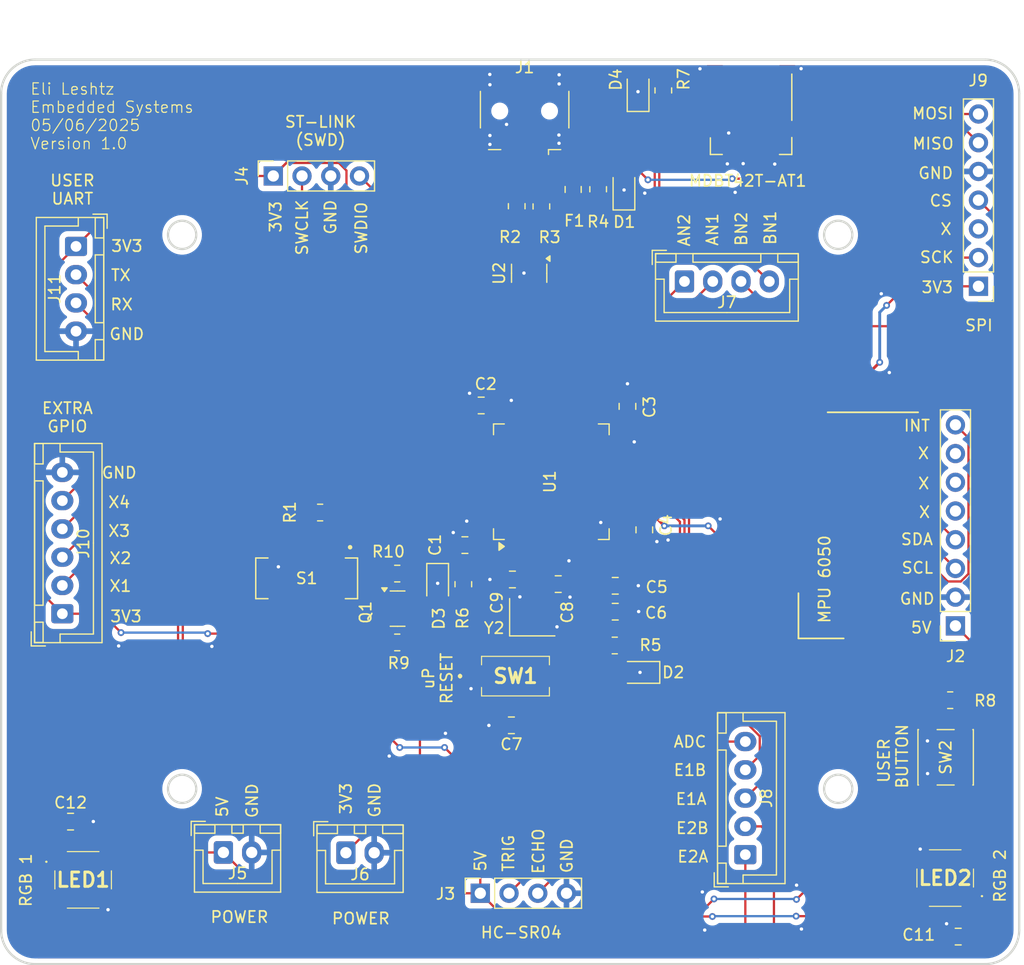
<source format=kicad_pcb>
(kicad_pcb (version 20241229) (generator "pcbnew") (generator_version "9.0")
  (layers (0 "F.Cu" signal) (2 "B.Cu" signal) (13 "F.Paste" user) (15 "B.Paste" user) (5 "F.SilkS" user "F.Silkscreen") (7 "B.SilkS" user "B.Silkscreen") (1 "F.Mask" user) (3 "B.Mask" user) (25 "Edge.Cuts" user))
  (net 0 "")
  (net 2 "/PS2_SCK")
  (net 3 "/PS2_MISO")
  (net 5 "/PS2_CS")
  (net 6 "/PS2_MOSI")
  (net 7 "Net-(U1-PA1)")
  (net 9 "/X4")
  (net 10 "/X3")
  (net 11 "/X1")
  (net 12 "/X2")
  (net 13 "/USER_TX")
  (net 16 "/USER_RX")
  (net 21 "/RESET")
  (net 28 "+3V3")
  (net 29 "GND")
  (net 33 "Net-(R1-Pad2)")
  (net 34 "/BOOT")
  (net 35 "/OSC_OUT")
  (net 36 "/OSC_IN")
  (net 37 "Net-(D1-A)")
  (net 39 "/D+")
  (net 40 "/D-")
  (net 41 "Net-(J1-VBUS)")
  (net 42 "/USB_CONN_D+")
  (net 43 "/USB_CONN_D-")
  (net 44 "Vusb")
  (net 45 "/USB_D+")
  (net 46 "/USB_D-")
  (net 47 "Net-(D2-A)")
  (net 48 "Net-(D3-A)")
  (net 49 "/USER_LED")
  (net 51 "+5V")
  (net 52 "/IMU_INT")
  (net 54 "/IMU_I2C_SCL")
  (net 56 "/IMU_I2C_SDA")
  (net 65 "Net-(D4-A)")
  (net 66 "/BL_WAKEUP")
  (net 67 "/BL_RX")
  (net 68 "/BL_TX")
  (net 69 "Net-(MDBT42T-AT1-INDICATOR)")
  (net 70 "/ULTRA_TRIG")
  (net 71 "/ULTRA_ECHO")
  (net 72 "/SWCLK")
  (net 73 "/SWDIO")
  (net 74 "/uBUTTON")
  (net 75 "/BN1")
  (net 76 "/AN1")
  (net 77 "/AN2")
  (net 78 "/BN2")
  (net 79 "/E2A")
  (net 80 "/E2B")
  (net 81 "/E1A")
  (net 82 "/E1B")
  (net 83 "/PWR_ADC")
  (net 84 "Net-(LED1-DOUT)")
  (net 85 "Net-(LED1-DIN)")
  (net 87 "/RGB_DIN")
  (footprint "Resistor_SMD:R_0805_2012Metric_Pad1.20x1.40mm_HandSolder" (layer "F.Cu") (at 137.68 42.715 -90)
    (property "Reference" "R2")
    (property "Value" "22")
  )
  (footprint "Package_QFP:LQFP-64_10x10mm_P0.5mm" (layer "F.Cu") (at 140.74 67.085 90)
    (property "Reference" "U1")
    (property "Value" "STM32F103RCTx")
  )
  (footprint "Resistor_SMD:R_0805_2012Metric_Pad1.20x1.40mm_HandSolder" (layer "F.Cu") (at 127.1175 81.3 180)
    (property "Reference" "R9")
    (property "Value" "10k")
  )
  (footprint "Resistor_SMD:R_0805_2012Metric_Pad1.20x1.40mm_HandSolder" (layer "F.Cu") (at 139.86 42.735 90)
    (property "Reference" "R3")
    (property "Value" "22")
  )
  (footprint "Capacitor_SMD:C_0805_2012Metric_Pad1.18x1.45mm_HandSolder" (layer "F.Cu") (at 98.2375 97.15)
    (property "Reference" "C12")
    (property "Value" "0.1uF")
  )
  (footprint "Connector_JST:JST_XH_B2B-XH-A_1x02_P2.50mm_Vertical" (layer "F.Cu") (at 122.58 99.9)
    (property "Reference" "J6")
    (property "Value" "CONN_3V3")
  )
  (footprint "Connector_PinHeader_2.54mm:PinHeader_1x07_P2.54mm_Vertical" (layer "F.Cu") (at 178.5 49.8 180)
    (property "Reference" "J9")
    (property "Value" "CONN_PS2")
  )
  (footprint "Connector_JST:JST_XH_B5B-XH-A_1x05_P2.50mm_Vertical" (layer "F.Cu") (at 157.89 100.07 90)
    (property "Reference" "J8")
    (property "Value" "CONN_HAL")
  )
  (footprint "Connector_PinSocket_2.54mm:PinSocket_1x08_P2.54mm_Vertical" (layer "F.Cu") (at 176.465 79.835 180)
    (property "Reference" "J2")
    (property "Value" "CONN_MPU6050")
  )
  (footprint "LED_SMD:LED_0805_2012Metric_Pad1.15x1.40mm_HandSolder" (layer "F.Cu") (at 148.41 32.475 90)
    (property "Reference" "D4")
    (property "Value" "BL_IND_LED")
  )
  (footprint "Package_TO_SOT_SMD:SOT-23" (layer "F.Cu") (at 127.1475 78.31)
    (property "Reference" "Q1")
    (property "Value" "BSS138")
  )
  (footprint "LED_SMD:LED_0805_2012Metric_Pad1.15x1.40mm_HandSolder" (layer "F.Cu") (at 130.69 76.18 -90)
    (property "Reference" "D3")
    (property "Value" "USER_LED")
  )
  (footprint "Resistor_SMD:R_0805_2012Metric_Pad1.20x1.40mm_HandSolder" (layer "F.Cu") (at 146.3475 81.57)
    (property "Reference" "R5")
    (property "Value" "10k")
  )
  (footprint "RGB_LED:INPI55TATPRPGPB" (layer "F.Cu") (at 99.35 102.3)
    (property "Reference" "LED1")
    (property "Value" "IN-PI55TATPRPGPB" (hide yes))
  )
  (footprint "Fuse:Fuse_0805_2012Metric_Pad1.15x1.40mm_HandSolder" (layer "F.Cu") (at 142.67 41.235 -90)
    (property "Reference" "F1")
    (property "Value" "PTCSMD")
  )
  (footprint "Capacitor_SMD:C_0805_2012Metric_Pad1.18x1.45mm_HandSolder" (layer "F.Cu") (at 137.3 75.73 180)
    (property "Reference" "C9")
    (property "Value" "22pF")
  )
  (footprint "Resistor_SMD:R_0805_2012Metric_Pad1.20x1.40mm_HandSolder" (layer "F.Cu") (at 127.1175 75.21 180)
    (property "Reference" "R10")
    (property "Value" "10k")
  )
  (footprint "Connector_PinSocket_2.54mm:PinSocket_1x04_P2.54mm_Vertical" (layer "F.Cu") (at 116.16 40.04 90)
    (property "Reference" "J4")
    (property "Value" "CONN_SWD")
  )
  (footprint "Resistor_SMD:R_0805_2012Metric_Pad1.20x1.40mm_HandSolder" (layer "F.Cu") (at 176 86.41)
    (property "Reference" "R8")
    (property "Value" "10k")
  )
  (footprint "Connector_JST:JST_XH_B4B-XH-A_1x04_P2.50mm_Vertical" (layer "F.Cu") (at 98.72 46.27 -90)
    (property "Reference" "J11")
    (property "Value" "CONN_UART")
  )
  (footprint "MDBT42T-AT:MDBT42T" (layer "F.Cu") (at 158.4 32.54)
    (property "Reference" "MDBT42T-AT1" (hide yes))
    (property "Value" "MDBT42T-AT" (hide yes))
  )
  (footprint "Capacitor_SMD:C_0805_2012Metric_Pad1.18x1.45mm_HandSolder" (layer "F.Cu") (at 134.54 60.34 180)
    (property "Reference" "C2")
    (property "Value" "0.1uF")
  )
  (footprint "Resistor_SMD:R_0805_2012Metric_Pad1.20x1.40mm_HandSolder" (layer "F.Cu") (at 132.96 76.15 -90)
    (property "Reference" "R6")
    (property "Value" "10k")
  )
  (footprint "Resistor_SMD:R_0805_2012Metric_Pad1.20x1.40mm_HandSolder" (layer "F.Cu") (at 150.64 32.475 90)
    (property "Reference" "R7")
    (property "Value" "10k")
  )
  (footprint "Capacitor_SMD:C_0805_2012Metric_Pad1.18x1.45mm_HandSolder" (layer "F.Cu") (at 148.96 71.34 -90)
    (property "Reference" "C4")
    (property "Value" "0.1uF")
  )
  (footprint "Package_TO_SOT_SMD:SOT-23-6" (layer "F.Cu") (at 138.78 48.6475 -90)
    (property "Reference" "U2")
    (property "Value" "USBLC6-2SC6")
  )
  (footprint "Capacitor_SMD:C_0805_2012Metric_Pad1.18x1.45mm_HandSolder" (layer "F.Cu") (at 146.39 76.29)
    (property "Reference" "C5")
    (property "Value" "0.1uF")
  )
  (footprint "Connector_PinSocket_2.54mm:PinSocket_1x04_P2.54mm_Vertical" (layer "F.Cu") (at 134.46 103.485 90)
    (property "Reference" "J3")
    (property "Value" "CONN_ULTRA")
  )
  (footprint "Connector_JST:JST_XH_B4B-XH-A_1x04_P2.50mm_Vertical" (layer "F.Cu") (at 152.51 49.37)
    (property "Reference" "J7")
    (property "Value" "CONN_DRIVE")
  )
  (footprint "Crystal:Crystal_SMD_Abracon_ABM8G-4Pin_3.2x2.5mm" (layer "F.Cu") (at 139.0525 79.07)
    (property "Reference" "Y2")
    (property "Value" "16MHz")
  )
  (footprint "SW_uP_Reset:SW_uP_Reset" (layer "F.Cu") (at 137.57 84.28)
    (property "Reference" "SW1")
    (property "Value" "SW_uP_Reset" (hide yes))
  )
  (footprint "Capacitor_SMD:C_0805_2012Metric_Pad1.18x1.45mm_HandSolder" (layer "F.Cu") (at 146.39 78.58)
    (property "Reference" "C6")
    (property "Value" "10uF")
  )
  (footprint "Connector_JST:JST_XH_B2B-XH-A_1x02_P2.50mm_Vertical" (layer "F.Cu") (at 111.75 99.875)
    (property "Reference" "J5")
    (property "Value" "CONN_5V")
  )
  (footprint "LED_SMD:LED_0805_2012Metric_Pad1.15x1.40mm_HandSolder" (layer "F.Cu") (at 148.4675 83.95 180)
    (property "Reference" "D2")
    (property "Value" "uP_PWR_LED")
  )
  (footprint "Capacitor_SMD:C_0805_2012Metric_Pad1.18x1.45mm_HandSolder" (layer "F.Cu") (at 133.1 72.69 180)
    (property "Reference" "C1")
    (property "Value" "0.1uF")
  )
  (footprint "RGB_LED:INPI55TATPRPGPB" (layer "F.Cu") (at 175.56 102.14 180)
    (property "Reference" "LED2")
    (property "Value" "IN-PI55TATPRPGPB" (hide yes))
  )
  (footprint "Capacitor_SMD:C_0805_2012Metric_Pad1.18x1.45mm_HandSolder" (layer "F.Cu") (at 141.35 76.14)
    (property "Reference" "C8")
    (property "Value" "22pF")
  )
  (footprint "Resistor_SMD:R_0805_2012Metric_Pad1.20x1.40mm_HandSolder" (layer "F.Cu") (at 120.3 69.81 180)
    (property "Reference" "R1")
    (property "Value" "10k")
  )
  (footprint "Connector_JST:JST_XH_B6B-XH-A_1x06_P2.50mm_Vertical" (layer "F.Cu") (at 97.51 78.76 90)
    (property "Reference" "J10")
    (property "Value" "CONN_TRACK")
  )
  (footprint "Capacitor_SMD:C_0805_2012Metric_Pad1.18x1.45mm_HandSolder" (layer "F.Cu") (at 147.47 60.42 90)
    (property "Reference" "C3")
    (property "Value" "0.1uF")
  )
  (footprint "Button_Switch_SMD:SW_SPST_PTS647_Sx50" (layer "F.Cu") (at 175.6 91.46 -90)
    (property "Reference" "SW2")
    (property "Value" "SW_USER")
  )
  (footprint "LED_SMD:LED_0805_2012Metric_Pad1.15x1.40mm_HandSolder" (layer "F.Cu") (at 147.16 41.185 90)
    (property "Reference" "D1")
    (property "Value" "USB_PWR_LED")
  )
  (footprint "SW_uP_Boot:SW_uP_Boot" (layer "F.Cu") (at 119.11 75.63 180)
    (property "Reference" "S1")
    (property "Value" "JS202011SCQN")
  )
  (footprint "Capacitor_SMD:C_0805_2012Metric_Pad1.18x1.45mm_HandSolder" (layer "F.Cu") (at 176.71 107.32 180)
    (property "Reference" "C11")
    (property "Value" "0.1uF")
  )
  (footprint "Connector_USB:USB_Mini-B_Lumberg_2486_01_Horizontal" (layer "F.Cu") (at 138.38 34.3 180)
    (property "Reference" "J1")
    (property "Value" "USB_B_Mini")
  )
  (footprint "Capacitor_SMD:C_0805_2012Metric_Pad1.18x1.45mm_HandSolder" (layer "F.Cu") (at 137.21 88.63 180)
    (property "Reference" "C7")
    (property "Value" "0.01uF")
  )
  (footprint "Resistor_SMD:R_0805_2012Metric_Pad1.20x1.40mm_HandSolder" (layer "F.Cu") (at 144.88 41.215 90)
    (property "Reference" "R4")
    (property "Value" "10k")
  )
  (gr_line (start 162.585 80.945) (end 166.585 80.945) (stroke (width 0.15)) (layer "F.SilkS"))
  (gr_line (start 162.585 80.945) (end 162.585 76.945) (stroke (width 0.15)) (layer "F.SilkS"))
  (gr_line (start 173.165 60.945) (end 165.165 60.945) (stroke (width 0.15)) (layer "F.SilkS"))
  (gr_arc (start 179.1 29.750001) (mid 181.22132 30.628681) (end 182.1 32.750001) (stroke (width 0.2)) (layer "Edge.Cuts"))
  (gr_arc (start 182.1 106.750001) (mid 181.22132 108.871321) (end 179.1 109.750001) (stroke (width 0.2)) (layer "Edge.Cuts"))
  (gr_line (start 179.1 29.750001) (end 95.100001 29.750001) (stroke (width 0.2)) (layer "Edge.Cuts"))
  (gr_circle (center 108.1 94.250001) (end 109.35 94.250001) (stroke (width 0.2)) (fill no) (layer "Edge.Cuts"))
  (gr_circle (center 108.1 45.250001) (end 109.35 45.250001) (stroke (width 0.2)) (fill no) (layer "Edge.Cuts"))
  (gr_line (start 179.1 109.750001) (end 95.100001 109.750001) (stroke (width 0.2)) (layer "Edge.Cuts"))
  (gr_arc (start 95.100001 109.750001) (mid 92.97868 108.871321) (end 92.1 106.75) (stroke (width 0.2)) (layer "Edge.Cuts"))
  (gr_arc (start 92.1 32.750002) (mid 92.97868 30.628681) (end 95.100001 29.750001) (stroke (width 0.2)) (layer "Edge.Cuts"))
  (gr_line (start 182.1 106.750001) (end 182.1 32.750001) (stroke (width 0.2)) (layer "Edge.Cuts"))
  (gr_circle (center 166.1 94.250001) (end 167.35 94.250001) (stroke (width 0.2)) (fill no) (layer "Edge.Cuts"))
  (gr_circle (center 166.1 45.250001) (end 167.35 45.250001) (stroke (width 0.2)) (fill no) (layer "Edge.Cuts"))
  (gr_line (start 92.1 106.75) (end 92.1 32.750002) (stroke (width 0.2)) (layer "Edge.Cuts"))
  (gr_text "5V" (at 111.65 95.84 90) (layer "F.SilkS") (effects (font (size 1 1))))
  (gr_text "X2" (at 102.65 73.85 0) (layer "F.SilkS") (effects (font (size 1 1))))
  (gr_text "ECHO" (at 139.6 99.77 90) (layer "F.SilkS") (effects (font (size 1 1))))
  (gr_text "E1B" (at 153 92.59 0) (layer "F.SilkS") (effects (font (size 1 1))))
  (gr_text "AN1" (at 154.98 44.77 90) (layer "F.SilkS") (effects (font (size 1 1))))
  (gr_text "X" (at 173.73 69.78 0) (layer "F.SilkS") (effects (font (size 1 1))))
  (gr_text "GND" (at 121.22 43.68 90) (layer "F.SilkS") (effects (font (size 1 1))))
  (gr_text "MOSI" (at 174.46 34.51 0) (layer "F.SilkS") (effects (font (size 1 1))))
  (gr_text "3V3" (at 103.22 46.24 0) (layer "F.SilkS") (effects (font (size 1 1))))
  (gr_text "E2A" (at 153.25 100.25 0) (layer "F.SilkS") (effects (font (size 1 1))))
  (gr_text "TX" (at 102.68 48.82 0) (layer "F.SilkS") (effects (font (size 1 1))))
  (gr_text "GND" (at 103.21 54.03 0) (layer "F.SilkS") (effects (font (size 1 1))))
  (gr_text "HC-SR04" (at 138.08 106.96 0) (layer "F.SilkS") (effects (font (size 1 1))))
  (gr_text "3V3" (at 116.37 43.65 90) (layer "F.SilkS") (effects (font (size 1 1))))
  (gr_text "E1A" (at 153.1 95.15 0) (layer "F.SilkS") (effects (font (size 1 1))))
  (gr_text "X" (at 175.63 44.74 0) (layer "F.SilkS") (effects (font (size 1 1))))
  (gr_text "RX" (at 102.75 51.41 0) (layer "F.SilkS") (effects (font (size 1 1))))
  (gr_text "X4" (at 102.54 68.9 0) (layer "F.SilkS") (effects (font (size 1 1))))
  (gr_text "SCL" (at 173.1 74.7 0) (layer "F.SilkS") (effects (font (size 1 1))))
  (gr_text "SDA" (at 173.06 72.18 0) (layer "F.SilkS") (effects (font (size 1 1))))
  (gr_text "POWER" (at 123.9 105.72 0) (layer "F.SilkS") (effects (font (size 1 1))))
  (gr_text "Eli Leshtz\nEmbedded Systems\n05/06/2025\nVersion 1.0" (at 94.62 37.76 0) (layer "F.SilkS") (effects (font (size 1 1) (thickness 0.1)) (justify left bottom)))
  (gr_text "GND" (at 125.12 95.26 90) (layer "F.SilkS") (effects (font (size 1 1))))
  (gr_text "3V3" (at 174.86 49.89 0) (layer "F.SilkS") (effects (font (size 1 1))))
  (gr_text "GND" (at 114.29 95.3 90) (layer "F.SilkS") (effects (font (size 1 1))))
  (gr_text "3V3" (at 103.14 79 0) (layer "F.SilkS") (effects (font (size 1 1))))
  (gr_text "MPU 6050" (at 165.485 79.685 90) (layer "F.SilkS") (effects (font (size 1 1)) (justify left bottom)))
  (gr_text "ADC" (at 153 90.09 0) (layer "F.SilkS") (effects (font (size 1 1))))
  (gr_text "uP \nRESET " (at 130.68 84.1 90) (layer "F.SilkS") (effects (font (size 1 1))))
  (gr_text "RGB 1" (at 94.29 102.33 90) (layer "F.SilkS") (effects (font (size 1 1))))
  (gr_text "5V" (at 173.45 79.99 0) (layer "F.SilkS") (effects (font (size 1 1))))
  (gr_text "INT" (at 173.06 62.13 0) (layer "F.SilkS") (effects (font (size 1 1))))
  (gr_text "SWDIO" (at 123.94 44.66 90) (layer "F.SilkS") (effects (font (size 1 1))))
  (gr_text "GND" (at 173.08 77.44 0) (layer "F.SilkS") (effects (font (size 1 1))))
  (gr_text "3V3" (at 122.58 95.11 90) (layer "F.SilkS") (effects (font (size 1 1))))
  (gr_text "SCK" (at 174.81 47.23 0) (layer "F.SilkS") (effects (font (size 1 1))))
  (gr_text "USER\nUART" (at 98.4 41.25 0) (layer "F.SilkS") (effects (font (size 1 1))))
  (gr_text "TRIG" (at 136.95 99.95 90) (layer "F.SilkS") (effects (font (size 1 1))))
  (gr_text "EXTRA\nGPIO" (at 97.96 61.39 0) (layer "F.SilkS") (effects (font (size 1 1))))
  (gr_text "GND\n" (at 174.72 39.79 0) (layer "F.SilkS") (effects (font (size 1 1))))
  (gr_text "GND" (at 102.54 66.29 0) (layer "F.SilkS") (effects (font (size 1 1))))
  (gr_text "X3" (at 102.54 71.44 0) (layer "F.SilkS") (effects (font (size 1 1))))
  (gr_text "X1" (at 102.65 76.31 0) (layer "F.SilkS") (effects (font (size 1 1))))
  (gr_text "X" (at 173.66 67.24 0) (layer "F.SilkS") (effects (font (size 1 1))))
  (gr_text "CS" (at 175.17 42.23 0) (layer "F.SilkS") (effects (font (size 1 1))))
  (gr_text "USER \nBUTTON" (at 170.95 91.37 90) (layer "F.SilkS") (effects (font (size 1 1))))
  (gr_text "BN1" (at 160.1 44.63 90) (layer "F.SilkS") (effects (font (size 1 1))))
  (gr_text "MISO" (at 174.49 37.18 0) (layer "F.SilkS") (effects (font (size 1 1))))
  (gr_text "X" (at 173.64 64.57 0) (layer "F.SilkS") (effects (font (size 1 1))))
  (gr_text "SPI" (at 178.54 53.26 0) (layer "F.SilkS") (effects (font (size 1 1))))
  (gr_text "MDBT42T-AT1" (at 158.1 40.47 0) (layer "F.SilkS") (effects (font (size 1 1))))
  (gr_text "GND" (at 142.11 100.17 90) (layer "F.SilkS") (effects (font (size 1 1))))
  (gr_text "AN2" (at 152.49 44.83 90) (layer "F.SilkS") (effects (font (size 1 1))))
  (gr_text "SWCLK" (at 118.71 44.6 90) (layer "F.SilkS") (effects (font (size 1 1))))
  (gr_text "ST-LINK\n(SWD)" (at 120.34 36.06 0) (layer "F.SilkS") (effects (font (size 1 1))))
  (gr_text "5V" (at 134.48 100.64 90) (layer "F.SilkS") (effects (font (size 1 1))))
  (gr_text "POWER" (at 113.17 105.59 0) (layer "F.SilkS") (effects (font (size 1 1))))
  (gr_text "RGB 2" (at 180.4 101.94 90) (layer "F.SilkS") (effects (font (size 1 1))))
  (gr_text "E2B" (at 153.21 97.73 0) (layer "F.SilkS") (effects (font (size 1 1))))
  (gr_text "BN2" (at 157.54 44.72 90) (layer "F.SilkS") (effects (font (size 1 1))))
  (segment (start 178.5 47.26) (end 169.9671 47.26) (width 0.2) (layer "F.Cu") (net 2))
  (segment (start 169.9671 47.26) (end 164.3171 52.91) (width 0.2) (layer "F.Cu") (net 2))
  (segment (start 143.99 60.36) (end 143.99 61.41) (width 0.2) (layer "F.Cu") (net 2))
  (segment (start 151.44 52.91) (end 143.99 60.36) (width 0.2) (layer "F.Cu") (net 2))
  (segment (start 164.3171 52.91) (end 151.44 52.91) (width 0.2) (layer "F.Cu") (net 2))
  (segment (start 169.481 47.179) (end 164.22 52.44) (width 0.2) (layer "F.Cu") (net 3))
  (segment (start 164.22 52.44) (end 151.2671 52.44) (width 0.2) (layer "F.Cu") (net 3))
  (segment (start 178.5 37.1) (end 177.17 35.77) (width 0.2) (layer "F.Cu") (net 3))
  (segment (start 173.24 35.77) (end 169.481 39.529) (width 0.2) (layer "F.Cu") (net 3))
  (segment (start 177.17 35.77) (end 173.24 35.77) (width 0.2) (layer "F.Cu") (net 3))
  (segment (start 143.49 60.2171) (end 143.49 61.41) (width 0.2) (layer "F.Cu") (net 3))
  (segment (start 169.481 39.529) (end 169.481 47.179) (width 0.2) (layer "F.Cu") (net 3))
  (segment (start 151.2671 52.44) (end 143.49 60.2171) (width 0.2) (layer "F.Cu") (net 3))
  (segment (start 180.11 50.78) (end 177.56 53.33) (width 0.2) (layer "F.Cu") (net 5))
  (segment (start 144.49 60.4271) (end 144.49 61.41) (width 0.2) (layer "F.Cu") (net 5))
  (segment (start 178.5 42.18) (end 180.11 43.79) (width 0.2) (layer "F.Cu") (net 5))
  (segment (start 177.56 53.33) (end 151.5871 53.33) (width 0.2) (layer "F.Cu") (net 5))
  (segment (start 151.5871 53.33) (end 144.49 60.4271) (width 0.2) (layer "F.Cu") (net 5))
  (segment (start 180.11 43.79) (end 180.11 50.78) (width 0.2) (layer "F.Cu") (net 5))
  (segment (start 169.08 38.33) (end 169.08 46.93) (width 0.2) (layer "F.Cu") (net 6))
  (segment (start 169.08 46.93) (end 164.1 51.91) (width 0.2) (layer "F.Cu") (net 6))
  (segment (start 151.23 51.91) (end 142.99 60.15) (width 0.2) (layer "F.Cu") (net 6))
  (segment (start 142.99 60.15) (end 142.99 61.41) (width 0.2) (layer "F.Cu") (net 6))
  (segment (start 172.85 34.56) (end 169.08 38.33) (width 0.2) (layer "F.Cu") (net 6))
  (segment (start 178.5 34.56) (end 172.85 34.56) (width 0.2) (layer "F.Cu") (net 6))
  (segment (start 164.1 51.91) (end 151.23 51.91) (width 0.2) (layer "F.Cu") (net 6))
  (segment (start 143.99 72.76) (end 144.49 72.76) (width 0.254) (layer "F.Cu") (net 7))
  (segment (start 100.935 65.335) (end 97.51 68.76) (width 0.2) (layer "F.Cu") (net 9))
  (segment (start 135.065 65.335) (end 100.935 65.335) (width 0.2) (layer "F.Cu") (net 9))
  (segment (start 135.065 65.835) (end 102.935 65.835) (width 0.2) (layer "F.Cu") (net 10))
  (segment (start 102.935 65.835) (end 97.51 71.26) (width 0.2) (layer "F.Cu") (net 10))
  (segment (start 135.065 66.835) (end 106.935 66.835) (width 0.2) (layer "F.Cu") (net 11))
  (segment (start 106.935 66.835) (end 97.51 76.26) (width 0.2) (layer "F.Cu") (net 11))
  (segment (start 135.065 66.335) (end 104.935 66.335) (width 0.2) (layer "F.Cu") (net 12))
  (segment (start 104.935 66.335) (end 97.51 73.76) (width 0.2) (layer "F.Cu") (net 12))
  (segment (start 114.384 64.434) (end 117.446 64.434) (width 0.2) (layer "F.Cu") (net 13))
  (segment (start 117.545 64.335) (end 135.065 64.335) (width 0.2) (layer "F.Cu") (net 13))
  (segment (start 117.446 64.434) (end 117.545 64.335) (width 0.2) (layer "F.Cu") (net 13))
  (segment (start 98.72 48.77) (end 114.384 64.434) (width 0.2) (layer "F.Cu") (net 13))
  (segment (start 111.57 64.17) (end 112.235 64.835) (width 0.2) (layer "F.Cu") (net 16))
  (segment (start 112.235 64.835) (end 135.065 64.835) (width 0.2) (layer "F.Cu") (net 16))
  (segment (start 98.72 51.27) (end 111.57 64.12) (width 0.2) (layer "F.Cu") (net 16))
  (segment (start 111.57 64.12) (end 111.57 64.17) (width 0.2) (layer "F.Cu") (net 16))
  (segment (start 138.2475 86.9525) (end 140.92 84.28) (width 0.2) (layer "F.Cu") (net 21))
  (segment (start 140.92 84.28) (end 141.841 83.359) (width 0.2) (layer "F.Cu") (net 21))
  (segment (start 138.2475 88.63) (end 138.2475 86.9525) (width 0.2) (layer "F.Cu") (net 21))
  (segment (start 141.201 74.779824) (end 139.99 73.568824) (width 0.2) (layer "F.Cu") (net 21))
  (segment (start 139.99 73.568824) (end 139.99 72.76) (width 0.2) (layer "F.Cu") (net 21))
  (segment (start 141.841 77.590943) (end 141.201 76.950943) (width 0.2) (layer "F.Cu") (net 21))
  (segment (start 141.201 76.950943) (end 141.201 74.779824) (width 0.2) (layer "F.Cu") (net 21))
  (segment (start 141.841 83.359) (end 141.841 77.590943) (width 0.2) (layer "F.Cu") (net 21))
  (segment (start 147.295 63.335) (end 147.47 63.16) (width 0.254) (layer "F.Cu") (net 28))
  (segment (start 126.1175 75.21) (end 123.94 75.21) (width 0.2) (layer "F.Cu") (net 28))
  (segment (start 133.78 71.21) (end 133.78 72.3325) (width 0.254) (layer "F.Cu") (net 28))
  (segment (start 101.03 78.76) (end 102.7 80.43) (width 0.2) (layer "F.Cu") (net 28))
  (segment (start 135.5775 56.6525) (end 135.5775 60.34) (width 0.2) (layer "F.Cu") (net 28))
  (segment (start 145.3525 78.58) (end 145.3525 76.29) (width 0.508) (layer "F.Cu") (net 28))
  (segment (start 159.8 37.74) (end 159.8 38.64) (width 0.2) (layer "F.Cu") (net 28))
  (segment (start 116.16 40.04) (end 117.311 38.889) (width 0.2) (layer "F.Cu") (net 28))
  (segment (start 148.71 39.81) (end 149.28 40.38) (width 0.2) (layer "F.Cu") (net 28))
  (segment (start 135.6475 60.27) (end 135.5775 60.34) (width 0.254) (layer "F.Cu") (net 28))
  (segment (start 164.8325 61.4575) (end 169.77 56.52) (width 0.254) (layer "F.Cu") (net 28))
  (segment (start 148.4925 69.835) (end 148.96 70.3025) (width 0.254) (layer "F.Cu") (net 28))
  (segment (start 94.92 50.07) (end 98.72 46.27) (width 0.2) (layer "F.Cu") (net 28))
  (segment (start 175 86.41) (end 170.03 86.41) (width 0.2) (layer "F.Cu") (net 28))
  (segment (start 121.95476 38.889) (end 122.629 39.56324) (width 0.2) (layer "F.Cu") (net 28))
  (segment (start 147.47 63.16) (end 147.47 61.4575) (width 0.254) (layer "F.Cu") (net 28))
  (segment (start 150.0425 70.3025) (end 150.73 70.99) (width 0.254) (layer "F.Cu") (net 28))
  (segment (start 142.99 72.76) (end 142.99 70.305) (width 0.254) (layer "F.Cu") (net 28))
  (segment (start 148.71 39.13) (end 148.71 39.81) (width 0.2) (layer "F.Cu") (net 28))
  (segment (start 178.5 49.8) (end 172.07 49.8) (width 0.2) (layer "F.Cu") (net 28))
  (segment (start 148.71 37.52) (end 148.71 39.13) (width 0.2) (layer "F.Cu") (net 28))
  (segment (start 97.51 78.76) (end 94.92 76.17) (width 0.2) (layer "F.Cu") (net 28))
  (segment (start 122.58 99.9) (end 129.1235 93.3565) (width 0.2) (layer "F.Cu") (net 28))
  (segment (start 126.21 77.36) (end 126.21 75.3025) (width 0.2) (layer "F.Cu") (net 28))
  (segment (start 129.1235 93.3565) (end 129.1235 75.16034) (width 0.2) (layer "F.Cu") (net 28))
  (segment (start 144.27 33.08) (end 148.71 37.52) (width 0.2) (layer "F.Cu") (net 28))
  (segment (start 142.99 70.305) (end 142.52 69.835) (width 0.254) (layer "F.Cu") (net 28))
  (segment (start 136.66 60.27) (end 135.6475 60.27) (width 0.254) (layer "F.Cu") (net 28))
  (segment (start 136.99 61.41) (end 136.99 60.6) (width 0.254) (layer "F.Cu") (net 28))
  (segment (start 110.36 80.52) (end 110.31 80.52) (width 0.2) (layer "F.Cu") (net 28))
  (segment (start 97.51 78.76) (end 101.03 78.76) (width 0.2) (layer "F.Cu") (net 28))
  (segment (start 144.93 69.385) (end 144.48 69.835) (width 0.254) (layer "F.Cu") (net 28))
  (segment (start 142.99 73.9275) (end 145.3525 76.29) (width 0.254) (layer "F.Cu") (net 28))
  (segment (start 104.95 40.04) (end 116.16 40.04) (width 0.2) (layer "F.Cu") (net 28))
  (segment (start 159.8 38.64) (end 158.16 40.28) (width 0.2) (layer "F.Cu") (net 28))
  (segment (start 172.07 49.8) (end 170.38 51.49) (width 0.2) (layer "F.Cu") (net 28))
  (segment (start 123.05 80.52) (end 110.36 80.52) (width 0.2) (layer "F.Cu") (net 28))
  (segment (start 145.155 63.335) (end 144.93 63.56) (width 0.254) (layer "F.Cu") (net 28))
  (segment (start 136.99 60.6) (end 136.66 60.27) (width 0.254) (layer "F.Cu") (net 28))
  (segment (start 148.96 70.3025) (end 150.0425 70.3025) (width 0.254) (layer "F.Cu") (net 28))
  (segment (start 126.21 77.36) (end 123.05 80.52) (width 0.2) (layer "F.Cu") (net 28))
  (segment (start 133.78 72.3325) (end 134.1375 72.69) (width 0.254) (layer "F.Cu") (net 28))
  (segment (start 170.03 86.41) (end 154.61 70.99) (width 0.2) (layer "F.Cu") (net 28))
  (segment (start 144.48 69.835) (end 142.52 69.835) (width 0.254) (layer "F.Cu") (net 28))
  (segment (start 144.93 63.56) (end 144.93 69.385) (width 0.254) (layer "F.Cu") (net 28))
  (segment (start 137.615 69.835) (end 136.99 69.21) (width 0.254) (layer "F.Cu") (net 28))
  (segment (start 94.92 76.17) (end 94.92 50.07) (width 0.2) (layer "F.Cu") (net 28))
  (segment (start 147.47 61.4575) (end 164.8325 61.4575) (width 0.254) (layer "F.Cu") (net 28))
  (segment (start 136.99 69.21) (end 136.99 61.41) (width 0.254) (layer "F.Cu") (net 28))
  (segment (start 142.99 72.76) (end 142.99 73.9275) (width 0.254) (layer "F.Cu") (net 28))
  (segment (start 126.21 75.3025) (end 126.1175 75.21) (width 0.2) (layer "F.Cu") (net 28))
  (segment (start 133.1115 73.716) (end 134.1375 72.69) (width 0.2) (layer "F.Cu") (net 28))
  (segment (start 145.3475 78.585) (end 145.3525 78.58) (width 0.508) (layer "F.Cu") (net 28))
  (segment (start 145.3475 81.57) (end 145.3475 78.585) (width 0.508) (layer "F.Cu") (net 28))
  (segment (start 117.311 38.889) (end 121.95476 38.889) (width 0.2) (layer "F.Cu") (net 28))
  (segment (start 98.72 46.27) (end 104.95 40.04) (width 0.2) (layer "F.Cu") (net 28))
  (segment (start 136.99 69.21) (end 136.99 70.45) (width 0.254) (layer "F.Cu") (net 28))
  (segment (start 135.59 56.64) (end 135.5775 56.6525) (width 0.2) (layer "F.Cu") (net 28))
  (segment (start 129.1235 75.16034) (end 130.56784 73.716) (width 0.2) (layer "F.Cu") (net 28))
  (segment (start 122.629 39.56324) (end 122.629 43.679) (width 0.2) (layer "F.Cu") (net 28))
  (segment (start 123.12 33.08) (end 144.27 33.08) (width 0.2) (layer "F.Cu") (net 28))
  (segment (start 134.155 70.835) (end 133.78 71.21) (width 0.254) (layer "F.Cu") (net 28))
  (segment (start 146.415 69.835) (end 148.4925 69.835) (width 0.254) (layer "F.Cu") (net 28))
  (segment (start 116.16 40.04) (end 123.12 33.08) (width 0.2) (layer "F.Cu") (net 28))
  (segment (start 146.415 63.335) (end 147.295 63.335) (width 0.254) (layer "F.Cu") (net 28))
  (segment (start 122.629 43.679) (end 135.59 56.64) (width 0.2) (layer "F.Cu") (net 28))
  (segment (start 136.605 70.835) (end 135.065 70.835) (width 0.254) (layer "F.Cu") (net 28))
  (segment (start 158.16 40.28) (end 156.73 40.28) (width 0.2) (layer "F.Cu") (net 28))
  (segment (start 146.415 69.835) (end 144.48 69.835) (width 0.254) (layer "F.Cu") (net 28))
  (segment (start 135.065 70.835) (end 134.155 70.835) (width 0.254) (layer "F.Cu") (net 28))
  (segment (start 146.415 63.335) (end 145.155 63.335) (width 0.254) (layer "F.Cu") (net 28))
  (segment (start 123.94 75.21) (end 121.61 72.88) (width 0.2) (layer "F.Cu") (net 28))
  (segment (start 142.52 69.835) (end 137.615 69.835) (width 0.254) (layer "F.Cu") (net 28))
  (segment (start 130.56784 73.716) (end 133.1115 73.716) (width 0.2) (layer "F.Cu") (net 28))
  (segment (start 136.99 70.45) (end 136.605 70.835) (width 0.254) (layer "F.Cu") (net 28))
  (via (at 149.28 40.38) (size 0.6) (drill 0.3) (layers "F.Cu" "B.Cu") (net 28))
  (via (at 102.7 80.43) (size 0.6) (drill 0.3) (layers "F.Cu" "B.Cu") (net 28))
  (via (at 156.73 40.28) (size 0.6) (drill 0.3) (layers "F.Cu" "B.Cu") (net 28))
  (via (at 169.77 56.52) (size 0.6) (drill 0.3) (layers "F.Cu" "B.Cu") (net 28))
  (via (at 154.61 70.99) (size 0.6) (drill 0.3) (layers "F.Cu" "B.Cu") (net 28))
  (via (at 110.36 80.52) (size 0.6) (drill 0.3) (layers "F.Cu" "B.Cu") (net 28))
  (via (at 170.38 51.49) (size 0.6) (drill 0.3) (layers "F.Cu" "B.Cu") (net 28))
  (via (at 150.73 70.99) (size 0.6) (drill 0.3) (layers "F.Cu" "B.Cu") (net 28))
  (segment (start 169.77 52.1) (end 170.38 51.49) (width 0.254) (layer "B.Cu") (net 28))
  (segment (start 149.28 40.38) (end 156.63 40.38) (width 0.2) (layer "B.Cu") (net 28))
  (segment (start 169.77 56.52) (end 169.77 52.1) (width 0.254) (layer "B.Cu") (net 28))
  (segment (start 156.63 40.38) (end 156.73 40.28) (width 0.2) (layer "B.Cu") (net 28))
  (segment (start 150.73 70.99) (end 154.61 70.99) (width 0.254) (layer "B.Cu") (net 28))
  (segment (start 110.27 80.43) (end 110.36 80.52) (width 0.2) (layer "B.Cu") (net 28))
  (segment (start 102.7 80.43) (end 110.27 80.43) (width 0.2) (layer "B.Cu") (net 28))
  (segment (start 145.465 70.335) (end 145.11 70.69) (width 0.254) (layer "F.Cu") (net 29))
  (segment (start 137.96 77.27) (end 137.96 78.2125) (width 0.508) (layer "F.Cu") (net 29))
  (segment (start 148.43 76.28) (end 147.4375 76.28) (width 0.508) (layer "F.Cu") (net 29))
  (segment (start 173.36 99.59) (end 173.35 99.58) (width 0.508) (layer "F.Cu") (net 29))
  (segment (start 135.31 75.73) (end 136.2625 75.73) (width 0.508) (layer "F.Cu") (net 29))
  (segment (start 160.5 38.98) (end 160.49 38.99) (width 0.381) (layer "F.Cu") (net 29))
  (segment (start 175.6725 106.1875) (end 175.68 106.18) (width 0.508) (layer "F.Cu") (net 29))
  (segment (start 100.24 97.15) (end 100.25 97.14) (width 0.508) (layer "F.Cu") (net 29))
  (segment (start 135.065 70.335) (end 133.495 70.335) (width 0.254) (layer "F.Cu") (net 29))
  (segment (start 174 88.835) (end 174 90) (width 0.508) (layer "F.Cu") (net 29))
  (segment (start 160.5 37.74) (end 160.5 38.98) (width 0.381) (layer "F.Cu") (net 29))
  (segment (start 173.36 100.54) (end 173.36 99.59) (width 0.508) (layer "F.Cu") (net 29))
  (segment (start 137.96 78.2125) (end 137.9525 78.22) (width 0.508) (layer "F.Cu") (net 29))
  (segment (start 147.4375 78.57) (end 147.4275 78.58) (width 0.508) (layer "F.Cu") (net 29))
  (segment (start 141.24 79.92) (end 140.1525 79.92) (width 0.508) (layer "F.Cu") (net 29))
  (segment (start 136.1725 88.63) (end 135.23 88.63) (width 0.508) (layer "F.Cu") (net 29))
  (segment (start 138.78 48.17) (end 138.32 48.63) (width 0.254) (layer "F.Cu") (net 29))
  (segment (start 148.41 33.5) (end 148.41 32.595) (width 0.508) (layer "F.Cu") (net 29))
  (segment (start 138.78 47.51) (end 138.78 48.17) (width 0.254) (layer "F.Cu") (net 29))
  (segment (start 135.23 88.63) (end 135.22 88.64) (width 0.508) (layer "F.Cu") (net 29))
  (segment (start 133.51 60.3325) (end 133.5025 60.34) (width 0.508) (layer "F.Cu") (net 29))
  (segment (start 137.49 61.41) (end 137.49 60.18) (width 0.254) (layer "F.Cu") (net 29))
  (segment (start 133.495 70.335) (end 133.26 70.57) (width 0.254) (layer "F.Cu") (net 29))
  (segment (start 142.39 76.1425) (end 142.3875 76.14) (width 0.508) (layer "F.Cu") (net 29))
  (segment (start 137.49 60.18) (end 137.2 59.89) (width 0.254) (layer "F.Cu") (net 29))
  (segment (start 132.07 71.58) (end 132.07 72.6825) (width 0.508) (layer "F.Cu") (net 29))
  (segment (start 146.415 63.835) (end 147.795 63.835) (width 0.254) (layer "F.Cu") (net 29))
  (segment (start 132.07 72.6825) (end 132.0625 72.69) (width 0.508) (layer "F.Cu") (net 29))
  (segment (start 155.2 30.54) (end 155.18 30.56) (width 0.381) (layer "F.Cu") (net 29))
  (segment (start 147.795 63.835) (end 148.07 63.56) (width 0.254) (layer "F.Cu") (net 29))
  (segment (start 133.64 85.39) (end 133.64 84.86) (width 0.508) (layer "F.Cu") (net 29))
  (segment (start 174 94.085) (end 174 92.9) (width 0.508) (layer "F.Cu") (net 29))
  (segment (start 136.78 37) (end 136.78 35.48) (width 0.381) (layer "F.Cu") (net 29))
  (segment (start 116.61 74.61) (end 116.61 72.88) (width 0.508) (layer "F.Cu") (net 29))
  (segment (start 155.2 36.24) (end 156.42 36.24) (width 0.381) (layer "F.Cu") (net 29))
  (segment (start 155.18 30.56) (end 153.88 30.56) (width 0.381) (layer "F.Cu") (net 29))
  (segment (start 147.17 42.2) (end 147.16 42.21) (width 0.508) (layer "F.Cu") (net 29))
  (segment (start 174 90) (end 173.99 90.01) (width 0.508) (layer "F.Cu") (net 29))
  (segment (start 142.39 77.29) (end 142.39 76.1425) (width 0.508) (layer "F.Cu") (net 29))
  (segment (start 148.9625 72.38) (end 148.96 72.3775) (width 0.508) (layer "F.Cu") (net 29))
  (segment (start 130.69 76.07) (end 130.69 75.155) (width 0.508) (layer "F.Cu") (net 29))
  (segment (start 156.3 37.74) (end 156.3 38.97) (width 0.381) (layer "F.Cu") (net 29))
  (segment (start 157.7 37.74) (end 157.7 38.95) (width 0.381) (layer "F.Cu") (net 29))
  (segment (start 147.47 58.42) (end 147.47 59.3825) (width 0.508) (layer "F.Cu") (net 29))
  (segment (start 142.49 72.76) (end 142.49 73.89) (width 0.254) (layer "F.Cu") (net 29))
  (segment (start 133.51 59.26) (end 133.51 60.3325) (width 0.508) (layer "F.Cu") (net 29))
  (segment (start 148.58 83.95) (end 149.4925 83.95) (width 0.508) (layer "F.Cu") (net 29))
  (segment (start 175.6725 107.32) (end 175.6725 106.1875) (width 0.508) (layer "F.Cu") (net 29))
  (segment (start 147.17 41.28) (end 147.17 42.2) (width 0.508) (layer "F.Cu") (net 29))
  (segment (start 133.64 84.86) (end 134.22 84.28) (width 0.508) (layer "F.Cu") (net 29))
  (segment (start 101.55 103.9) (end 101.55 104.94) (width 0.508) (layer "F.Cu") (net 29))
  (segment (start 142.49 73.89) (end 142.3 74.08) (width 0.254) (layer "F.Cu") (net 29))
  (segment (start 147.4375 76.28) (end 147.4275 76.29) (width 0.508) (layer "F.Cu") (net 29))
  (segment (start 146.415 70.335) (end 145.465 70.335) (width 0.254) (layer "F.Cu") (net 29))
  (segment (start 148.46 78.57) (end 147.4375 78.57) (width 0.508) (layer "F.Cu") (net 29))
  (segment (start 148.41 32.595) (end 148.4 32.585) (width 0.508) (layer "F.Cu") (net 29))
  (segment (start 161.6 30.54) (end 162.81 30.54) (width 0.381) (layer "F.Cu") (net 29))
  (segment (start 150.07 72.38) (end 148.9625 72.38) (width 0.508) (layer "F.Cu") (net 29))
  (segment (start 162.81 30.54) (end 162.82 30.55) (width 0.381) (layer "F.Cu") (net 29))
  (segment (start 99.275 97.15) (end 100.24 97.15) (width 0.508) (layer "F.Cu") (net 29))
  (via (at 135.3 31.06) (size 0.6) (drill 0.3) (layers "F.Cu" "B.Cu") (net 29))
  (via (at 156.99 41.49) (size 0.6) (drill 0.3) (layers "F.Cu" "B.Cu") (net 29))
  (via (at 135.31 31.97) (size 0.6) (drill 0.3) (layers "F.Cu" "B.Cu") (net 29))
  (via (at 169.91 50.46) (size 0.6) (drill 0.3) (layers "F.Cu" "B.Cu") (net 29))
  (via (at 138.32 48.63) (size 0.6) (drill 0.3) (layers "F.Cu" "B.Cu") (net 29))
  (via (at 101.55 104.94) (size 0.6) (drill 0.3) (layers "F.Cu" "B.Cu") (net 29))
  (via (at 136.78 35.48) (size 0.6) (drill 0.3) (layers "F.Cu" "B.Cu") (net 29))
  (via (at 137.2 59.89) (size 0.6) (drill 0.3) (layers "F.Cu" "B.Cu") (net 29))
  (via (at 135.31 36.46) (size 0.6) (drill 0.3) (layers "F.Cu" "B.Cu") (net 29))
  (via (at 100.25 97.14) (size 0.6) (drill 0.3) (layers "F.Cu" "B.Cu") (net 29))
  (via (at 148.43 76.28) (size 0.6) (drill 0.3) (layers "F.Cu" "B.Cu") (net 29))
  (via (at 133.26 70.57) (size 0.6) (drill 0.3) (layers "F.Cu" "B.Cu") (net 29))
  (via (at 160.49 38.99) (size 0.6) (drill 0.3) (layers "F.Cu" "B.Cu") (net 29))
  (via (at 156.3 38.97) (size 0.6) (drill 0.3) (layers "F.Cu" "B.Cu") (net 29))
  (via (at 135.31 75.73) (size 0.6) (drill 0.3) (layers "F.Cu" "B.Cu") (net 29))
  (via (at 154.09 103.37) (size 0.6) (drill 0.3) (layers "F.Cu" "B.Cu") (net 29))
  (via (at 141.24 79.92) (size 0.6) (drill 0.3) (layers "F.Cu" "B.Cu") (net 29))
  (via (at 116.61 74.61) (size 0.6) (drill 0.3) (layers "F.Cu" "B.Cu") (net 29))
  (via (at 162.82 30.55) (size 0.6) (drill 0.3) (layers "F.Cu" "B.Cu") (net 29))
  (via (at 150.07 72.38) (size 0.6) (drill 0.3) (layers "F.Cu" "B.Cu") (net 29))
  (via (at 174 92.9) (size 0.6) (drill 0.3) (layers "F.Cu" "B.Cu") (net 29))
  (via (at 132.07 71.58) (size 0.6) (drill 0.3) (layers "F.Cu" "B.Cu") (net 29))
  (via (at 133.64 85.39) (size 0.6) (drill 0.3) (layers "F.Cu" "B.Cu") (net 29))
  (via (at 141.41 36.42) (size 0.6) (drill 0.3) (layers "F.Cu" "B.Cu") (net 29))
  (via (at 145.11 70.69) (size 0.6) (drill 0.3) (layers "F.Cu" "B.Cu") (net 29))
  (via (at 173.35 99.58) (size 0.6) (drill 0.3) (layers "F.Cu" "B.Cu") (net 29))
  (via (at 162.85 106.65) (size 0.6) (drill 0.3) (layers "F.Cu" "B.Cu") (net 29))
  (via (at 155.66 70.38) (size 0.6) (drill 0.3) (layers "F.Cu" "B.Cu") (net 29))
  (via (at 102.49 81.61) (size 0.6) (drill 0.3) (layers "F.Cu" "B.Cu") (net 29))
  (via (at 149 41.56) (size 0.6) (drill 0.3) (layers "F.Cu" "B.Cu") (net 29))
  (via (at 153.88 30.56) (size 0.6) (drill 0.3) (layers "F.Cu" "B.Cu") (net 29))
  (via (at 170.62 57.43) (size 0.6) (drill 0.3) (layers "F.Cu" "B.Cu") (net 29))
  (via (at 131.38 89.34) (size 0.6) (drill 0.3) (layers "F.Cu" "B.Cu") (net 29))
  (via (at 148.58 83.95) (size 0.6) (drill 0.3) (layers "F.Cu" "B.Cu") (net 29))
  (via (at 135.22 88.64) (size 0.6) (drill 0.3) (layers "F.Cu" "B.Cu") (net 29))
  (via (at 126.41 91.35) (size 0.6) (drill 0.3) (layers "F.Cu" "B.Cu") (net 29))
  (via (at 141.42 37.15) (size 0.6) (drill 0.3) (layers "F.Cu" "B.Cu") (net 29))
  (via (at 162.42 102.77) (size 0.6) (drill 0.3) (layers "F.Cu" "B.Cu") (net 29))
  (via (at 141.43 31.9) (size 0.6) (drill 0.3) (layers "F.Cu" "B.Cu") (net 29))
  (via (at 141.43 31.09) (size 0.6) (drill 0.3) (layers "F.Cu" "B.Cu") (net 29))
  (via (at 157.7 38.95) (size 0.6) (drill 0.3) (layers "F.Cu" "B.Cu") (net 29))
  (via (at 175.68 106.18) (size 0.6) (drill 0.3) (layers "F.Cu" "B.Cu") (net 29))
  (via (at 148.46 78.57) (size 0.6) (drill 0.3) (layers "F.Cu" "B.Cu") (net 29))
  (via (at 137.96 77.27) (size 0.6) (drill 0.3) (layers "F.Cu" "B.Cu") (net 29))
  (via (at 148.07 63.56) (size 0.6) (drill 0.3) (layers "F.Cu" "B.Cu") (net 29))
  (via (at 148.4 32.585) (size 0.6) (drill 0.3) (layers "F.Cu" "B.Cu") (net 29))
  (via (at 156.42 36.24) (size 0.6) (drill 0.3) (layers "F.Cu" "B.Cu") (net 29))
  (via (at 130.69 76.07) (size 0.6) (drill 0.3) (layers "F.Cu" "B.Cu") (net 29))
  (via (at 133.51 59.26) (size 0.6) (drill 0.3) (layers "F.Cu" "B.Cu") (net 29))
  (via (at 142.39 77.29) (size 0.6) (drill 0.3) (layers "F.Cu" "B.Cu") (net 29))
  (via (at 173.99 90.01) (size 0.6) (drill 0.3) (layers "F.Cu" "B.Cu") (net 29))
  (via (at 142.3 74.08) (size 0.6) (drill 0.3) (layers "F.Cu" "B.Cu") (net 29))
  (via (at 147.47 58.42) (size 0.6) (drill 0.3) (layers "F.Cu" "B.Cu") (net 29))
  (via (at 135.31 37.25) (size 0.6) (drill 0.3) (layers "F.Cu" "B.Cu") (net 29))
  (via (at 154.3 106.74) (size 0.6) (drill 0.3) (layers "F.Cu" "B.Cu") (net 29))
  (via (at 151.06 72.24) (size 0.6) (drill 0.3) (layers "F.Cu" "B.Cu") (net 29))
  (via (at 110.73 81.65) (size 0.6) (drill 0.3) (layers "F.Cu" "B.Cu") (net 29))
  (via (at 147.17 41.28) (size 0.6) (drill 0.3) (layers "F.Cu" "B.Cu") (net 29))
  (segment (start 119.11 72.88) (end 119.11 70) (width 0.2) (layer "F.Cu") (net 33))
  (segment (start 119.11 70) (end 119.3 69.81) (width 0.2) (layer "F.Cu") (net 33))
  (segment (start 121.3 69.81) (end 122.275 68.835) (width 0.2) (layer "F.Cu") (net 34))
  (segment (start 122.275 68.835) (end 135.065 68.835) (width 0.2) (layer "F.Cu") (net 34))
  (segment (start 140.3125 75.0325) (end 140.3125 76.14) (width 0.254) (layer "F.Cu") (net 35))
  (segment (start 139.49 74.21) (end 140.3125 75.0325) (width 0.254) (layer "F.Cu") (net 35))
  (segment (start 140.3125 78.06) (end 140.1525 78.22) (width 0.254) (layer "F.Cu") (net 35))
  (segment (start 139.49 72.76) (end 139.49 74.21) (width 0.254) (layer "F.Cu") (net 35))
  (segment (start 140.3125 76.14) (end 140.3125 78.06) (width 0.254) (layer "F.Cu") (net 35))
  (segment (start 138.69 79.92) (end 139.03 79.58) (width 0.254) (layer "F.Cu") (net 36))
  (segment (start 137.9525 79.92) (end 138.69 79.92) (width 0.254) (layer "F.Cu") (net 36))
  (segment (start 138.99 73.83) (end 138.41 74.41) (width 0.254) (layer "F.Cu") (net 36))
  (segment (start 139.03 76.4225) (end 138.3375 75.73) (width 0.254) (layer "F.Cu") (net 36))
  (segment (start 138.41 74.41) (end 138.41 75.6575) (width 0.254) (layer "F.Cu") (net 36))
  (segment (start 139.03 79.58) (end 139.03 76.4225) (width 0.254) (layer "F.Cu") (net 36))
  (segment (start 138.99 72.76) (end 138.99 73.83) (width 0.254) (layer "F.Cu") (net 36))
  (segment (start 138.41 75.6575) (end 138.3375 75.73) (width 0.254) (layer "F.Cu") (net 36))
  (segment (start 147.105 40.215) (end 144.88 40.215) (width 0.508) (layer "F.Cu") (net 37))
  (segment (start 147.16 40.16) (end 147.105 40.215) (width 0.508) (layer "F.Cu") (net 37))
  (segment (start 138.555 38.675001) (end 138.555 40.095) (width 0.2) (layer "F.Cu") (net 39))
  (segment (start 138.38 38.500001) (end 138.555 38.675001) (width 0.2) (layer "F.Cu") (net 39))
  (segment (start 138.38 37) (end 138.38 38.500001) (width 0.2) (layer "F.Cu") (net 39))
  (segment (start 138.555 40.095) (end 137.68 40.97) (width 0.2) (layer "F.Cu") (net 39))
  (segment (start 137.68 40.97) (end 137.68 41.715) (width 0.2) (layer "F.Cu") (net 39))
  (segment (start 139.18 38.500001) (end 139.005 38.675001) (width 0.2) (layer "F.Cu") (net 40))
  (segment (start 139.005 40.095) (end 139.86 40.95) (width 0.2) (layer "F.Cu") (net 40))
  (segment (start 139.86 40.95) (end 139.86 41.735) (width 0.2) (layer "F.Cu") (net 40))
  (segment (start 139.18 37) (end 139.18 38.500001) (width 0.2) (layer "F.Cu") (net 40))
  (segment (start 139.005 38.675001) (end 139.005 40.095) (width 0.2) (layer "F.Cu") (net 40))
  (segment (start 139.98 37) (end 139.98 38.59) (width 0.381) (layer "F.Cu") (net 41))
  (segment (start 140.33 38.94) (end 142.3 38.94) (width 0.381) (layer "F.Cu") (net 41))
  (segment (start 142.3 38.94) (end 142.67 39.31) (width 0.381) (layer "F.Cu") (net 41))
  (segment (start 142.67 39.31) (end 142.67 40.21) (width 0.381) (layer "F.Cu") (net 41))
  (segment (start 139.98 38.59) (end 140.33 38.94) (width 0.381) (layer "F.Cu") (net 41))
  (segment (start 138.554999 45.998197) (end 137.83 46.723196) (width 0.2) (layer "F.Cu") (net 42))
  (segment (start 137.83 46.723196) (end 137.83 47.51) (width 0.2) (layer "F.Cu") (net 42))
  (segment (start 137.68 43.715) (end 138.554999 44.589999) (width 0.2) (layer "F.Cu") (net 42))
  (segment (start 138.554999 44.589999) (end 138.554999 45.998197) (width 0.2) (layer "F.Cu") (net 42))
  (segment (start 139.73 46.536802) (end 139.73 47.51) (width 0.2) (layer "F.Cu") (net 43))
  (segment (start 139.005001 45.811803) (end 139.73 46.536802) (width 0.2) (layer "F.Cu") (net 43))
  (segment (start 139.005001 44.589999) (end 139.005001 45.811803) (width 0.2) (layer "F.Cu") (net 43))
  (segment (start 139.86 43.735) (end 139.005001 44.589999) (width 0.2) (layer "F.Cu") (net 43))
  (segment (start 138.78 49.23) (end 139.34 48.67) (width 0.254) (layer "F.Cu") (net 44))
  (segment (start 139.34 48.67) (end 142.29 48.67) (width 0.254) (layer "F.Cu") (net 44))
  (segment (start 142.29 48.67) (end 142.67 48.29) (width 0.254) (layer "F.Cu") (net 44))
  (segment (start 138.78 49.785) (end 138.78 49.23) (width 0.254) (layer "F.Cu") (net 44))
  (segment (start 142.715 42.215) (end 142.67 42.26) (width 0.508) (layer "F.Cu") (net 44))
  (segment (start 144.88 42.215) (end 142.715 42.215) (width 0.508) (layer "F.Cu") (net 44))
  (segment (start 142.67 48.29) (end 142.67 42.26) (width 0.254) (layer "F.Cu") (net 44))
  (segment (start 137.83 50.778751) (end 137.83 49.785) (width 0.2) (layer "F.Cu") (net 45))
  (segment (start 138.49 60.247499) (end 138.515 60.222499) (width 0.2) (layer "F.Cu") (net 45))
  (segment (start 138.49 61.41) (end 138.49 60.247499) (width 0.2) (layer "F.Cu") (net 45))
  (segment (start 137.83 50.778751) (end 138.515 51.46375) (width 0.2) (layer "F.Cu") (net 45))
  (segment (start 138.515 60.222499) (end 138.515 51.46375) (width 0.2) (layer "F.Cu") (net 45))
  (segment (start 138.965 51.543751) (end 139.73 50.778751) (width 0.2) (layer "F.Cu") (net 46))
  (segment (start 138.99 60.247499) (end 138.965 60.222499) (width 0.2) (layer "F.Cu") (net 46))
  (segment (start 139.73 50.778751) (end 139.73 49.785) (width 0.2) (layer "F.Cu") (net 46))
  (segment (start 138.965 60.222499) (end 138.965 51.543751) (width 0.2) (layer "F.Cu") (net 46))
  (segment (start 138.99 61.41) (end 138.99 60.247499) (width 0.2) (layer "F.Cu") (net 46))
  (segment (start 147.3475 83.855) (end 147.4425 83.95) (width 0.508) (layer "F.Cu") (net 47))
  (segment (start 147.3475 81.57) (end 147.3475 83.855) (width 0.508) (layer "F.Cu") (net 47))
  (segment (start 130.745 77.15) (end 130.69 77.205) (width 0.254) (layer "F.Cu") (net 48))
  (segment (start 132.96 77.15) (end 130.745 77.15) (width 0.254) (layer "F.Cu") (net 48))
  (segment (start 137.49 73.568824) (end 137.49 72.76) (width 0.2) (layer "F.Cu") (net 49))
  (segment (start 136.768824 74.29) (end 137.49 73.568824) (width 0.2) (layer "F.Cu") (net 49))
  (segment (start 133.82 74.29) (end 136.768824 74.29) (width 0.2) (layer "F.Cu") (net 49))
  (segment (start 132.96 75.15) (end 133.82 74.29) (width 0.2) (layer "F.Cu") (net 49))
  (segment (start 134.46 103.485) (end 136.005 105.03) (width 0.2) (layer "F.Cu") (net 51))
  (segment (start 177.7475 107.32) (end 177.7475 103.7525) (width 0.2) (layer "F.Cu") (net 51))
  (segment (start 115.36 103.485) (end 111.75 99.875) (width 0.2) (layer "F.Cu") (net 51))
  (segment (start 105.875 99.875) (end 111.75 99.875) (width 0.2) (layer "F.Cu") (net 51))
  (segment (start 125.34 88.59) (end 127.34 90.59) (width 0.2) (layer "F.Cu") (net 51))
  (segment (start 103.61 102.14) (end 105.875 99.875) (width 0.2) (layer "F.Cu") (net 51))
  (segment (start 98.59 102.14) (end 103.61 102.14) (width 0.2) (layer "F.Cu") (net 51))
  (segment (start 177.76 103.74) (end 176.05 102.03) (width 0.2) (layer "F.Cu") (net 51))
  (segment (start 134.46 103.485) (end 115.36 103.485) (width 0.2) (layer "F.Cu") (net 51))
  (segment (start 97.2 100.65) (end 97.15 100.7) (width 0.2) (layer "F.Cu") (net 51))
  (segment (start 177.76 103.74) (end 179.03 103.74) (width 0.2) (layer "F.Cu") (net 51))
  (segment (start 136.005 105.03) (end 151.41 105.03) (width 0.2) (layer "F.Cu") (net 51))
  (segment (start 97.2 97.15) (end 97.2 100.65) (width 0.2) (layer "F.Cu") (net 51))
  (segment (start 97.15 100.7) (end 98.59 102.14) (width 0.2) (layer "F.Cu") (net 51))
  (segment (start 134.46 103.485) (end 134.46 93.75) (width 0.2) (layer "F.Cu") (net 51))
  (segment (start 177.7475 103.7525) (end 177.76 103.74) (width 0.2) (layer "F.Cu") (net 51))
  (segment (start 179.94 83.31) (end 176.465 79.835) (width 0.2) (layer "F.Cu") (net 51))
  (segment (start 179.94 102.83) (end 179.94 83.31) (width 0.2) (layer "F.Cu") (net 51))
  (segment (start 128.1175 82.4425) (end 125.34 85.22) (width 0.2) (layer "F.Cu") (net 51))
  (segment (start 128.1175 81.3) (end 128.1175 82.4425) (width 0.2) (layer "F.Cu") (net 51))
  (segment (start 125.34 85.22) (end 125.34 88.59) (width 0.2) (layer "F.Cu") (net 51))
  (segment (start 176.05 102.03) (end 170.45 102.03) (width 0.2) (layer "F.Cu") (net 51))
  (segment (start 151.41 105.03) (end 154.08 105.03) (width 0.2) (layer "F.Cu") (net 51))
  (segment (start 164.41 102.03) (end 162.41 104.03) (width 0.2) (layer "F.Cu") (net 51))
  (segment (start 154.08 105.03) (end 155.12 103.99) (width 0.2) (layer "F.Cu") (net 51))
  (segment (start 170.45 102.03) (end 164.41 102.03) (width 0.2) (layer "F.Cu") (net 51))
  (segment (start 134.46 93.75) (end 131.3 90.59) (width 0.2) (layer "F.Cu") (net 51))
  (segment (start 179.03 103.74) (end 179.94 102.83) (width 0.2) (layer "F.Cu") (net 51))
  (via (at 131.3 90.59) (size 0.6) (drill 0.3) (layers "F.Cu" "B.Cu") (net 51))
  (via (at 162.41 104.03) (size 0.6) (drill 0.3) (layers "F.Cu" "B.Cu") (net 51))
  (via (at 127.34 90.59) (size 0.6) (drill 0.3) (layers "F.Cu" "B.Cu") (net 51))
  (via (at 155.12 103.99) (size 0.6) (drill 0.3) (layers "F.Cu" "B.Cu") (net 51))
  (segment (start 127.34 90.59) (end 131.3 90.59) (width 0.2) (layer "B.Cu") (net 51))
  (segment (start 162.37 103.99) (end 162.41 104.03) (width 0.2) (layer "B.Cu") (net 51))
  (segment (start 155.12 103.99) (end 162.37 103.99) (width 0.2) (layer "B.Cu") (net 51))
  (segment (start 176.94176 75.906) (end 175.776 75.906) (width 0.2) (layer "F.Cu") (net 52))
  (segment (start 177.616 63.206) (end 177.616 75.23176) (width 0.2) (layer "F.Cu") (net 52))
  (segment (start 165.205 65.335) (end 146.415 65.335) (width 0.2) (layer "F.Cu") (net 52))
  (segment (start 176.465 62.055) (end 177.616 63.206) (width 0.2) (layer "F.Cu") (net 52))
  (segment (start 177.616 75.23176) (end 176.94176 75.906) (width 0.2) (layer "F.Cu") (net 52))
  (segment (start 175.776 75.906) (end 165.205 65.335) (width 0.2) (layer "F.Cu") (net 52))
  (segment (start 166.545 64.835) (end 146.415 64.835) (width 0.2) (layer "F.Cu") (net 54))
  (segment (start 176.465 74.755) (end 166.545 64.835) (width 0.2) (layer "F.Cu") (net 54))
  (segment (start 168.585 64.335) (end 146.415 64.335) (width 0.2) (layer "F.Cu") (net 56))
  (segment (start 176.465 72.215) (end 168.585 64.335) (width 0.2) (layer "F.Cu") (net 56))
  (segment (start 150.615 31.45) (end 150.64 31.475) (width 0.2) (layer "F.Cu") (net 65))
  (segment (start 148.41 31.45) (end 150.615 31.45) (width 0.2) (layer "F.Cu") (net 65))
  (segment (start 161.93 34.14) (end 162.92 35.13) (width 0.2) (layer "F.Cu") (net 66))
  (segment (start 140.49 59.5858) (end 140.49 61.41) (width 0.2) (layer "F.Cu") (net 66))
  (segment (start 149.12545 50.95035) (end 140.49 59.5858) (width 0.2) (layer "F.Cu") (net 66))
  (segment (start 162.92 38.12) (end 154.141 46.899) (width 0.2) (layer "F.Cu") (net 66))
  (segment (start 151.0868 46.899) (end 149.12545 48.86035) (width 0.2) (layer "F.Cu") (net 66))
  (segment (start 162.92 35.13) (end 162.92 38.12) (width 0.2) (layer "F.Cu") (net 66))
  (segment (start 155.2 34.14) (end 161.93 34.14) (width 0.2) (layer "F.Cu") (net 66))
  (segment (start 154.141 46.899) (end 151.0868 46.899) (width 0.2) (layer "F.Cu") (net 66))
  (segment (start 149.12545 48.86035) (end 149.12545 50.95035) (width 0.2) (layer "F.Cu") (net 66))
  (segment (start 154.398 35.54) (end 150.282 39.656) (width 0.2) (layer "F.Cu") (net 67))
  (segment (start 150.282 39.656) (end 150.282 45.248) (width 0.2) (layer "F.Cu") (net 67))
  (segment (start 150.282 45.248) (end 139.99 55.54) (width 0.2) (layer "F.Cu") (net 67))
  (segment (start 139.99 55.54) (end 139.99 61.41) (width 0.2) (layer "F.Cu") (net 67))
  (segment (start 155.2 35.54) (end 154.398 35.54) (width 0.2) (layer "F.Cu") (net 67))
  (segment (start 149.881 43.549) (end 139.49 53.94) (width 0.2) (layer "F.Cu") (net 68))
  (segment (start 155.2 34.84) (end 154.3 34.84) (width 0.2) (layer "F.Cu") (net 68))
  (segment (start 154.3 34.84) (end 149.881 39.259) (width 0.2) (layer "F.Cu") (net 68))
  (segment (start 139.49 53.94) (end 139.49 61.41) (width 0.2) (layer "F.Cu") (net 68))
  (segment (start 149.881 39.259) (end 149.881 43.549) (width 0.2) (layer "F.Cu") (net 68))
  (segment (start 155.165 33.475) (end 155.2 33.44) (width 0.2) (layer "F.Cu") (net 69))
  (segment (start 150.64 33.475) (end 155.165 33.475) (width 0.2) (layer "F.Cu") (net 69))
  (segment (start 150.73 89.755) (end 150.73 82.17) (width 0.2) (layer "F.Cu") (net 70))
  (segment (start 149.42 76.420057) (end 149.42 80.86) (width 0.2) (layer "F.Cu") (net 70))
  (segment (start 144.894 75.08) (end 148.079943 75.08) (width 0.2) (layer "F.Cu") (net 70))
  (segment (start 137 103.485) (end 150.73 89.755) (width 0.2) (layer "F.Cu") (net 70))
  (segment (start 144.894 75.08) (end 143.49 73.676) (width 0.2) (layer "F.Cu") (net 70))
  (segment (start 148.079943 75.08) (end 149.42 76.420057) (width 0.2) (layer "F.Cu") (net 70))
  (segment (start 143.49 73.676) (end 143.49 72.76) (width 0.2) (layer "F.Cu") (net 70))
  (segment (start 150.73 82.17) (end 149.42 80.86) (width 0.2) (layer "F.Cu") (net 70))
  (segment (start 149.821 80.69) (end 151.131 82) (width 0.2) (layer "F.Cu") (net 71))
  (segment (start 149.821 76.253957) (end 149.821 80.69) (width 0.2) (layer "F.Cu") (net 71))
  (segment (start 147.51 71.93) (end 147.51 73.942957) (width 0.2) (layer "F.Cu") (net 71))
  (segment (start 151.131 82) (end 151.131 90.139) (width 0.2) (layer "F.Cu") (net 71))
  (segment (start 146.415 70.835) (end 147.51 71.93) (width 0.2) (layer "F.Cu") (net 71))
  (segment (start 140.69 100.58) (end 140.69 102.335) (width 0.2) (layer "F.Cu") (net 71))
  (segment (start 151.131 90.139) (end 140.69 100.58) (width 0.2) (layer "F.Cu") (net 71))
  (segment (start 140.69 102.335) (end 139.54 103.485) (width 0.2) (layer "F.Cu") (net 71))
  (segment (start 147.51 73.942957) (end 149.821 76.253957) (width 0.2) (layer "F.Cu") (net 71))
  (segment (start 118.7 40.04) (end 118.7 61.77) (width 0.2) (layer "F.Cu") (net 72))
  (segment (start 118.7 61.77) (end 118.66 61.81) (width 0.2) (layer "F.Cu") (net 72))
  (segment (start 120.185 63.335) (end 135.065 63.335) (width 0.2) (layer "F.Cu") (net 72))
  (segment (start 118.66 61.81) (end 120.185 63.335) (width 0.2) (layer "F.Cu") (net 72))
  (segment (start 137.99 54.25) (end 137.99 61.41) (width 0.2) (layer "F.Cu") (net 73))
  (segment (start 123.78 40.04) (end 137.99 54.25) (width 0.2) (layer "F.Cu") (net 73))
  (segment (start 172.89 82.3) (end 172.89 74.6) (width 0.2) (layer "F.Cu") (net 74))
  (segment (start 177 88.635) (end 177.2 88.835) (width 0.2) (layer "F.Cu") (net 74))
  (segment (start 177 86.41) (end 172.89 82.3) (width 0.2) (layer "F.Cu") (net 74))
  (segment (start 177.2 94.085) (end 177.2 88.835) (width 0.2) (layer "F.Cu") (net 74))
  (segment (start 172.89 74.6) (end 164.625 66.335) (width 0.2) (layer "F.Cu") (net 74))
  (segment (start 177 86.41) (end 177 88.635) (width 0.2) (layer "F.Cu") (net 74))
  (segment (start 164.625 66.335) (end 146.415 66.335) (width 0.2) (layer "F.Cu") (net 74))
  (segment (start 160.01 49.37) (end 158.42 47.78) (width 0.2) (layer "F.Cu") (net 75))
  (segment (start 151.34 47.78) (end 150.04 49.08) (width 0.2) (layer "F.Cu") (net 75))
  (segment (start 150.04 49.08) (end 150.04 51.17) (width 0.2) (layer "F.Cu") (net 75))
  (segment (start 141.49 59.72) (end 141.49 61.41) (width 0.2) (layer "F.Cu") (net 75))
  (segment (start 158.42 47.78) (end 151.34 47.78) (width 0.2) (layer "F.Cu") (net 75))
  (segment (start 150.04 51.17) (end 141.49 59.72) (width 0.2) (layer "F.Cu") (net 75))
  (segment (start 142.49 59.9571) (end 142.49 61.41) (width 0.2) (layer "F.Cu") (net 76))
  (segment (start 153.08145 51.29855) (end 151.14855 51.29855) (width 0.2) (layer "F.Cu") (net 76))
  (segment (start 155.01 49.37) (end 153.08145 51.29855) (width 0.2) (layer "F.Cu") (net 76))
  (segment (start 151.14855 51.29855) (end 142.49 59.9571) (width 0.2) (layer "F.Cu") (net 76))
  (segment (start 141.99 59.89) (end 141.99 61.41) (width 0.2) (layer "F.Cu") (net 77))
  (segment (start 152.51 49.37) (end 141.99 59.89) (width 0.2) (layer "F.Cu") (net 77))
  (segment (start 160.56 47.3) (end 151.2529 47.3) (width 0.2) (layer "F.Cu") (net 78))
  (segment (start 140.99 59.6529) (end 140.99 61.41) (width 0.2) (layer "F.Cu") (net 78))
  (segment (start 151.2529 47.3) (end 149.52645 49.02645) (width 0.2) (layer "F.Cu") (net 78))
  (segment (start 160.68 50.99) (end 161.57 50.1) (width 0.2) (layer "F.Cu") (net 78))
  (segment (start 159.13 50.99) (end 160.68 50.99) (width 0.2) (layer "F.Cu") (net 78))
  (segment (start 161.57 48.31) (end 160.56 47.3) (width 0.2) (layer "F.Cu") (net 78))
  (segment (start 149.52645 51.11645) (end 140.99 59.6529) (width 0.2) (layer "F.Cu") (net 78))
  (segment (start 157.51 49.37) (end 159.13 50.99) (width 0.2) (layer "F.Cu") (net 78))
  (segment (start 149.52645 49.02645) (end 149.52645 51.11645) (width 0.2) (layer "F.Cu") (net 78))
  (segment (start 161.57 50.1) (end 161.57 48.31) (width 0.2) (layer "F.Cu") (net 78))
  (segment (start 93.201 96.8361) (end 93.201 106.372901) (width 0.2) (layer "F.Cu") (net 79))
  (segment (start 106.7871 91.04) (end 98.9971 91.04) (width 0.2) (layer "F.Cu") (net 79))
  (segment (start 110.185 68.335) (end 108.16 70.36) (width 0.2) (layer "F.Cu") (net 79))
  (segment (start 93.201 106.372901) (end 95.5761 108.748001) (width 0.2) (layer "F.Cu") (net 79))
  (segment (start 108.16 70.36) (end 108.16 89.6671) (width 0.2) (layer "F.Cu") (net 79))
  (segment (start 108.16 89.6671) (end 106.7871 91.04) (width 0.2) (layer "F.Cu") (net 79))
  (segment (start 135.065 68.335) (end 110.185 68.335) (width 0.2) (layer "F.Cu") (net 79))
  (segment (start 157.89 107.28) (end 157.89 100.07) (width 0.2) (layer "F.Cu") (net 79))
  (segment (start 98.9971 91.04) (end 93.201 96.8361) (width 0.2) (layer "F.Cu") (net 79))
  (segment (start 156.58 108.59) (end 157.89 107.28) (width 0.2) (layer "F.Cu") (net 79))
  (segment (start 95.734101 108.59) (end 156.58 108.59) (width 0.2) (layer "F.Cu") (net 79))
  (segment (start 95.5761 108.748001) (end 95.734101 108.59) (width 0.2) (layer "F.Cu") (net 79))
  (segment (start 159.060999 109.149001) (end 95.41 109.149001) (width 0.2) (layer "F.Cu") (net 80))
  (segment (start 160.44 107.77) (end 159.060999 109.149001) (width 0.2) (layer "F.Cu") (net 80))
  (segment (start 157.89 97.57) (end 159.31 97.57) (width 0.2) (layer "F.Cu") (net 80))
  (segment (start 110.015 67.835) (end 135.065 67.835) (width 0.2) (layer "F.Cu") (net 80))
  (segment (start 160.42 107.75) (end 160.44 107.77) (width 0.2) (layer "F.Cu") (net 80))
  (segment (start 106.65 90.61) (end 107.74 89.52) (width 0.2) (layer "F.Cu") (net 80))
  (segment (start 95.41 109.149001) (end 92.8 106.539001) (width 0.2) (layer "F.Cu") (net 80))
  (segment (start 107.74 89.52) (end 107.74 70.11) (width 0.2) (layer "F.Cu") (net 80))
  (segment (start 92.8 96.67) (end 98.86 90.61) (width 0.2) (layer "F.Cu") (net 80))
  (segment (start 98.86 90.61) (end 106.65 90.61) (width 0.2) (layer "F.Cu") (net 80))
  (segment (start 107.74 70.11) (end 110.015 67.835) (width 0.2) (layer "F.Cu") (net 80))
  (segment (start 92.8 106.539001) (end 92.8 96.67) (width 0.2) (layer "F.Cu") (net 80))
  (segment (start 160.42 98.68) (end 160.42 107.75) (width 0.2) (layer "F.Cu") (net 80))
  (segment (start 159.31 97.57) (end 160.42 98.68) (width 0.2) (layer "F.Cu") (net 80))
  (segment (start 157.89 95.07) (end 159.567 93.393) (width 0.2) (layer "F.Cu") (net 81))
  (segment (start 159.567 93.393) (end 159.567 89.42714) (width 0.2) (layer "F.Cu") (net 81))
  (segment (start 158.36531 88.22545) (end 155.38965 88.22545) (width 0.2) (layer "F.Cu") (net 81))
  (segment (start 150.4492 67.835) (end 146.415 67.835) (width 0.2) (layer "F.Cu") (net 81))
  (segment (start 152.912 85.7478) (end 152.912 70.2978) (width 0.2) (layer "F.Cu") (net 81))
  (segment (start 159.567 89.42714) (end 158.36531 88.22545) (width 0.2) (layer "F.Cu") (net 81))
  (segment (start 155.38965 88.22545) (end 152.912 85.7478) (width 0.2) (layer "F.Cu") (net 81))
  (segment (start 152.912 70.2978) (end 150.4492 67.835) (width 0.2) (layer "F.Cu") (net 81))
  (segment (start 146.415 68.335) (end 150.3821 68.335) (width 0.2) (layer "F.Cu") (net 82))
  (segment (start 159.166 91.294) (end 157.89 92.57) (width 0.2) (layer "F.Cu") (net 82))
  (segment (start 159.166 89.59324) (end 159.166 91.294) (width 0.2) (layer "F.Cu") (net 82))
  (segment (start 150.3821 68.335) (end 152.511 70.4639) (width 0.2) (layer "F.Cu") (net 82))
  (segment (start 158.19921 88.62645) (end 159.166 89.59324) (width 0.2) (layer "F.Cu") (net 82))
  (segment (start 155.22355 88.62645) (end 158.19921 88.62645) (width 0.2) (layer "F.Cu") (net 82))
  (segment (start 152.511 85.9139) (end 155.22355 88.62645) (width 0.2) (layer "F.Cu") (net 82))
  (segment (start 152.511 70.4639) (end 152.511 85.9139) (width 0.2) (layer "F.Cu") (net 82))
  (segment (start 156.1 90.07) (end 152.11 86.08) (width 0.2) (layer "F.Cu") (net 83))
  (segment (start 150.815 69.335) (end 146.415 69.335) (width 0.2) (layer "F.Cu") (net 83))
  (segment (start 152.11 70.63) (end 150.815 69.335) (width 0.2) (layer "F.Cu") (net 83))
  (segment (start 157.89 90.07) (end 156.1 90.07) (width 0.2) (layer "F.Cu") (net 83))
  (segment (start 152.11 86.08) (end 152.11 70.63) (width 0.2) (layer "F.Cu") (net 83))
  (segment (start 98.791 105.541) (end 154.979 105.541) (width 0.2) (layer "F.Cu") (net 84))
  (segment (start 166.3 105.51) (end 162.38 105.51) (width 0.2) (layer "F.Cu") (net 84))
  (segment (start 173.36 103.74) (end 168.07 103.74) (width 0.2) (layer "F.Cu") (net 84))
  (segment (start 168.07 103.74) (end 167.08 104.73) (width 0.2) (layer "F.Cu") (net 84))
  (segment (start 97.15 103.9) (end 98.791 105.541) (width 0.2) (layer "F.Cu") (net 84))
  (segment (start 167.08 104.73) (end 166.3 105.51) (width 0.2) (layer "F.Cu") (net 84))
  (via (at 162.38 105.51) (size 0.6) (drill 0.3) (layers "F.Cu" "B.Cu") (net 84))
  (via (at 154.979 105.541) (size 0.6) (drill 0.3) (layers "F.Cu" "B.Cu") (net 84))
  (segment (start 155.01 105.51) (end 154.979 105.541) (width 0.2) (layer "B.Cu") (net 84))
  (segment (start 162.38 105.51) (end 155.01 105.51) (width 0.2) (layer "B.Cu") (net 84))
  (segment (start 126.21 79.26) (end 126.21 81.2075) (width 0.2) (layer "F.Cu") (net 85))
  (segment (start 118.432291 81.3) (end 126.1175 81.3) (width 0.2) (layer "F.Cu") (net 85))
  (segment (start 101.55 98.182291) (end 118.432291 81.3) (width 0.2) (layer "F.Cu") (net 85))
  (segment (start 126.21 81.2075) (end 126.1175 81.3) (width 0.2) (layer "F.Cu") (net 85))
  (segment (start 101.55 100.7) (end 101.55 98.182291) (width 0.2) (layer "F.Cu") (net 85))
  (segment (start 128.1175 78.2775) (end 128.085 78.31) (width 0.2) (layer "F.Cu") (net 87))
  (segment (start 132.7925 69.835) (end 135.065 69.835) (width 0.2) (layer "F.Cu") (net 87))
  (segment (start 128.1175 75.21) (end 128.1175 74.51) (width 0.2) (layer "F.Cu") (net 87))
  (segment (start 128.1175 75.21) (end 128.1175 78.2775) (width 0.2) (layer "F.Cu") (net 87))
  (segment (start 128.1175 74.51) (end 132.7925 69.835) (width 0.2) (layer "F.Cu") (net 87))
  (zone (net 29) (net_name "GND") (layer "F.Cu") (priority 1) (connect_pads yes (clearance 0.5)) (min_thickness 0.25) (fill yes (thermal_gap 0.5) (thermal_bridge_width 0.5))
    (polygon (pts (xy 140.99 35.94) (xy 140.99 37.84) (xy 142 37.84) (xy 141.98 35.99) (xy 141.98 35.94)))
  )
  (zone (net 29) (net_name "GND") (layer "F.Cu") (priority 1) (connect_pads yes (clearance 0.5)) (min_thickness 0.25) (fill yes (thermal_gap 0.5) (thermal_bridge_width 0.5))
    (polygon (pts (xy 141.08 30.53) (xy 141.08 32.43) (xy 142.09 32.43) (xy 142.07 30.58) (xy 142.07 30.53)))
  )
  (zone (net 29) (net_name "GND") (layer "F.Cu") (priority 1) (connect_pads yes (clearance 0.5)) (min_thickness 0.25) (fill yes (thermal_gap 0.5) (thermal_bridge_width 0.5))
    (polygon (pts (xy 134.77 35.94) (xy 134.77 37.84) (xy 135.78 37.84) (xy 135.76 35.99) (xy 135.76 35.94)))
  )
  (zone (net 29) (net_name "GND") (layer "F.Cu") (priority 1) (connect_pads yes (clearance 0.5)) (min_thickness 0.25) (fill yes (thermal_gap 0.5) (thermal_bridge_width 0.5))
    (polygon (pts (xy 134.72 30.54) (xy 134.72 32.44) (xy 135.73 32.44) (xy 135.71 30.59) (xy 135.71 30.54)))
  )
  (zone (net 29) (net_name "GND") (layer "B.Cu") (connect_pads (clearance 0.5)) (min_thickness 0.25) (fill yes (thermal_gap 0.5) (thermal_bridge_width 0.5))
    (polygon (pts (xy 92.1 29.750001) (xy 182.1 29.750001) (xy 182.1 109.750001) (xy 92.1 109.750001)))
  )
)
</source>
